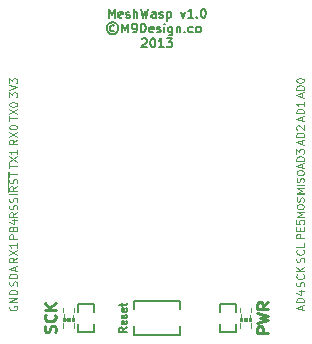
<source format=gto>
%FSLAX34Y34*%
G04 Gerber Fmt 3.4, Leading zero omitted, Abs format*
G04 (created by PCBNEW (2013-12-14 BZR 4555)-product) date Wed 15 Jan 2014 15:50:04 EST*
%MOIN*%
G01*
G70*
G90*
G04 APERTURE LIST*
%ADD10C,0.005906*%
%ADD11C,0.006398*%
%ADD12C,0.009350*%
%ADD13C,0.007382*%
%ADD14C,0.004000*%
%ADD15C,0.002600*%
%ADD16C,0.005000*%
%ADD17C,0.002953*%
%ADD18C,0.003445*%
%ADD19C,0.004921*%
%ADD20C,0.004429*%
G04 APERTURE END LIST*
G54D10*
G54D11*
X-1006Y-7997D02*
X-1128Y-8083D01*
X-1006Y-8144D02*
X-1262Y-8144D01*
X-1262Y-8046D01*
X-1250Y-8022D01*
X-1237Y-8010D01*
X-1213Y-7997D01*
X-1176Y-7997D01*
X-1152Y-8010D01*
X-1140Y-8022D01*
X-1128Y-8046D01*
X-1128Y-8144D01*
X-1018Y-7790D02*
X-1006Y-7815D01*
X-1006Y-7863D01*
X-1018Y-7888D01*
X-1042Y-7900D01*
X-1140Y-7900D01*
X-1164Y-7888D01*
X-1176Y-7863D01*
X-1176Y-7815D01*
X-1164Y-7790D01*
X-1140Y-7778D01*
X-1115Y-7778D01*
X-1091Y-7900D01*
X-1018Y-7681D02*
X-1006Y-7656D01*
X-1006Y-7607D01*
X-1018Y-7583D01*
X-1042Y-7571D01*
X-1055Y-7571D01*
X-1079Y-7583D01*
X-1091Y-7607D01*
X-1091Y-7644D01*
X-1103Y-7668D01*
X-1128Y-7681D01*
X-1140Y-7681D01*
X-1164Y-7668D01*
X-1176Y-7644D01*
X-1176Y-7607D01*
X-1164Y-7583D01*
X-1018Y-7364D02*
X-1006Y-7388D01*
X-1006Y-7437D01*
X-1018Y-7461D01*
X-1042Y-7473D01*
X-1140Y-7473D01*
X-1164Y-7461D01*
X-1176Y-7437D01*
X-1176Y-7388D01*
X-1164Y-7364D01*
X-1140Y-7352D01*
X-1115Y-7352D01*
X-1091Y-7473D01*
X-1176Y-7278D02*
X-1176Y-7181D01*
X-1262Y-7242D02*
X-1042Y-7242D01*
X-1018Y-7230D01*
X-1006Y-7205D01*
X-1006Y-7181D01*
G54D12*
X3712Y-8175D02*
X3338Y-8175D01*
X3338Y-8033D01*
X3356Y-7997D01*
X3374Y-7979D01*
X3409Y-7962D01*
X3463Y-7962D01*
X3498Y-7979D01*
X3516Y-7997D01*
X3534Y-8033D01*
X3534Y-8175D01*
X3338Y-7837D02*
X3712Y-7748D01*
X3445Y-7677D01*
X3712Y-7605D01*
X3338Y-7516D01*
X3712Y-7160D02*
X3534Y-7285D01*
X3712Y-7374D02*
X3338Y-7374D01*
X3338Y-7231D01*
X3356Y-7196D01*
X3374Y-7178D01*
X3409Y-7160D01*
X3463Y-7160D01*
X3498Y-7178D01*
X3516Y-7196D01*
X3534Y-7231D01*
X3534Y-7374D01*
X-3391Y-8158D02*
X-3374Y-8104D01*
X-3374Y-8015D01*
X-3391Y-7979D01*
X-3409Y-7962D01*
X-3445Y-7944D01*
X-3480Y-7944D01*
X-3516Y-7962D01*
X-3534Y-7979D01*
X-3552Y-8015D01*
X-3570Y-8086D01*
X-3587Y-8122D01*
X-3605Y-8140D01*
X-3641Y-8158D01*
X-3676Y-8158D01*
X-3712Y-8140D01*
X-3730Y-8122D01*
X-3748Y-8086D01*
X-3748Y-7997D01*
X-3730Y-7944D01*
X-3409Y-7570D02*
X-3391Y-7588D01*
X-3374Y-7641D01*
X-3374Y-7677D01*
X-3391Y-7730D01*
X-3427Y-7766D01*
X-3463Y-7784D01*
X-3534Y-7801D01*
X-3587Y-7801D01*
X-3659Y-7784D01*
X-3694Y-7766D01*
X-3730Y-7730D01*
X-3748Y-7677D01*
X-3748Y-7641D01*
X-3730Y-7588D01*
X-3712Y-7570D01*
X-3374Y-7410D02*
X-3748Y-7410D01*
X-3374Y-7196D02*
X-3587Y-7356D01*
X-3748Y-7196D02*
X-3534Y-7410D01*
G54D13*
X-1606Y2322D02*
X-1606Y2617D01*
X-1507Y2406D01*
X-1409Y2617D01*
X-1409Y2322D01*
X-1156Y2336D02*
X-1184Y2322D01*
X-1240Y2322D01*
X-1268Y2336D01*
X-1282Y2364D01*
X-1282Y2476D01*
X-1268Y2504D01*
X-1240Y2518D01*
X-1184Y2518D01*
X-1156Y2504D01*
X-1142Y2476D01*
X-1142Y2448D01*
X-1282Y2420D01*
X-1029Y2336D02*
X-1001Y2322D01*
X-945Y2322D01*
X-917Y2336D01*
X-902Y2364D01*
X-902Y2378D01*
X-917Y2406D01*
X-945Y2420D01*
X-987Y2420D01*
X-1015Y2434D01*
X-1029Y2462D01*
X-1029Y2476D01*
X-1015Y2504D01*
X-987Y2518D01*
X-945Y2518D01*
X-917Y2504D01*
X-776Y2322D02*
X-776Y2617D01*
X-649Y2322D02*
X-649Y2476D01*
X-663Y2504D01*
X-692Y2518D01*
X-734Y2518D01*
X-762Y2504D01*
X-776Y2490D01*
X-537Y2617D02*
X-467Y2322D01*
X-410Y2533D01*
X-354Y2322D01*
X-284Y2617D01*
X-45Y2322D02*
X-45Y2476D01*
X-59Y2504D01*
X-87Y2518D01*
X-143Y2518D01*
X-171Y2504D01*
X-45Y2336D02*
X-73Y2322D01*
X-143Y2322D01*
X-171Y2336D01*
X-185Y2364D01*
X-185Y2392D01*
X-171Y2420D01*
X-143Y2434D01*
X-73Y2434D01*
X-45Y2448D01*
X81Y2336D02*
X109Y2322D01*
X165Y2322D01*
X193Y2336D01*
X207Y2364D01*
X207Y2378D01*
X193Y2406D01*
X165Y2420D01*
X123Y2420D01*
X95Y2434D01*
X81Y2462D01*
X81Y2476D01*
X95Y2504D01*
X123Y2518D01*
X165Y2518D01*
X193Y2504D01*
X334Y2518D02*
X334Y2223D01*
X334Y2504D02*
X362Y2518D01*
X418Y2518D01*
X446Y2504D01*
X460Y2490D01*
X474Y2462D01*
X474Y2378D01*
X460Y2350D01*
X446Y2336D01*
X418Y2322D01*
X362Y2322D01*
X334Y2336D01*
X798Y2518D02*
X868Y2322D01*
X938Y2518D01*
X1206Y2322D02*
X1037Y2322D01*
X1121Y2322D02*
X1121Y2617D01*
X1093Y2575D01*
X1065Y2547D01*
X1037Y2533D01*
X1332Y2350D02*
X1346Y2336D01*
X1332Y2322D01*
X1318Y2336D01*
X1332Y2350D01*
X1332Y2322D01*
X1529Y2617D02*
X1557Y2617D01*
X1585Y2603D01*
X1599Y2589D01*
X1613Y2561D01*
X1627Y2504D01*
X1627Y2434D01*
X1613Y2378D01*
X1599Y2350D01*
X1585Y2336D01*
X1557Y2322D01*
X1529Y2322D01*
X1501Y2336D01*
X1487Y2350D01*
X1473Y2378D01*
X1459Y2434D01*
X1459Y2504D01*
X1473Y2561D01*
X1487Y2589D01*
X1501Y2603D01*
X1529Y2617D01*
X-1423Y2059D02*
X-1451Y2073D01*
X-1507Y2073D01*
X-1535Y2059D01*
X-1563Y2031D01*
X-1577Y2003D01*
X-1577Y1947D01*
X-1563Y1919D01*
X-1535Y1891D01*
X-1507Y1877D01*
X-1451Y1877D01*
X-1423Y1891D01*
X-1479Y2172D02*
X-1549Y2158D01*
X-1620Y2116D01*
X-1662Y2045D01*
X-1676Y1975D01*
X-1662Y1905D01*
X-1620Y1834D01*
X-1549Y1792D01*
X-1479Y1778D01*
X-1409Y1792D01*
X-1338Y1834D01*
X-1296Y1905D01*
X-1282Y1975D01*
X-1296Y2045D01*
X-1338Y2116D01*
X-1409Y2158D01*
X-1479Y2172D01*
X-1156Y1834D02*
X-1156Y2130D01*
X-1057Y1919D01*
X-959Y2130D01*
X-959Y1834D01*
X-804Y1834D02*
X-748Y1834D01*
X-720Y1848D01*
X-706Y1863D01*
X-678Y1905D01*
X-663Y1961D01*
X-663Y2073D01*
X-678Y2102D01*
X-692Y2116D01*
X-720Y2130D01*
X-776Y2130D01*
X-804Y2116D01*
X-818Y2102D01*
X-832Y2073D01*
X-832Y2003D01*
X-818Y1975D01*
X-804Y1961D01*
X-776Y1947D01*
X-720Y1947D01*
X-692Y1961D01*
X-678Y1975D01*
X-663Y2003D01*
X-537Y1834D02*
X-537Y2130D01*
X-467Y2130D01*
X-424Y2116D01*
X-396Y2088D01*
X-382Y2059D01*
X-368Y2003D01*
X-368Y1961D01*
X-382Y1905D01*
X-396Y1877D01*
X-424Y1848D01*
X-467Y1834D01*
X-537Y1834D01*
X-129Y1848D02*
X-157Y1834D01*
X-214Y1834D01*
X-242Y1848D01*
X-256Y1877D01*
X-256Y1989D01*
X-242Y2017D01*
X-214Y2031D01*
X-157Y2031D01*
X-129Y2017D01*
X-115Y1989D01*
X-115Y1961D01*
X-256Y1933D01*
X-3Y1848D02*
X25Y1834D01*
X81Y1834D01*
X109Y1848D01*
X123Y1877D01*
X123Y1891D01*
X109Y1919D01*
X81Y1933D01*
X39Y1933D01*
X10Y1947D01*
X-3Y1975D01*
X-3Y1989D01*
X10Y2017D01*
X39Y2031D01*
X81Y2031D01*
X109Y2017D01*
X250Y1834D02*
X250Y2031D01*
X250Y2130D02*
X235Y2116D01*
X250Y2102D01*
X264Y2116D01*
X250Y2130D01*
X250Y2102D01*
X517Y2031D02*
X517Y1792D01*
X503Y1764D01*
X489Y1750D01*
X460Y1736D01*
X418Y1736D01*
X390Y1750D01*
X517Y1848D02*
X489Y1834D01*
X432Y1834D01*
X404Y1848D01*
X390Y1863D01*
X376Y1891D01*
X376Y1975D01*
X390Y2003D01*
X404Y2017D01*
X432Y2031D01*
X489Y2031D01*
X517Y2017D01*
X657Y2031D02*
X657Y1834D01*
X657Y2003D02*
X671Y2017D01*
X699Y2031D01*
X742Y2031D01*
X770Y2017D01*
X784Y1989D01*
X784Y1834D01*
X924Y1863D02*
X938Y1848D01*
X924Y1834D01*
X910Y1848D01*
X924Y1863D01*
X924Y1834D01*
X1192Y1848D02*
X1163Y1834D01*
X1107Y1834D01*
X1079Y1848D01*
X1065Y1863D01*
X1051Y1891D01*
X1051Y1975D01*
X1065Y2003D01*
X1079Y2017D01*
X1107Y2031D01*
X1163Y2031D01*
X1192Y2017D01*
X1360Y1834D02*
X1332Y1848D01*
X1318Y1863D01*
X1304Y1891D01*
X1304Y1975D01*
X1318Y2003D01*
X1332Y2017D01*
X1360Y2031D01*
X1402Y2031D01*
X1431Y2017D01*
X1445Y2003D01*
X1459Y1975D01*
X1459Y1891D01*
X1445Y1863D01*
X1431Y1848D01*
X1402Y1834D01*
X1360Y1834D01*
X-502Y1614D02*
X-488Y1628D01*
X-460Y1642D01*
X-389Y1642D01*
X-361Y1628D01*
X-347Y1614D01*
X-333Y1586D01*
X-333Y1558D01*
X-347Y1516D01*
X-516Y1347D01*
X-333Y1347D01*
X-150Y1642D02*
X-122Y1642D01*
X-94Y1628D01*
X-80Y1614D01*
X-66Y1586D01*
X-52Y1530D01*
X-52Y1460D01*
X-66Y1403D01*
X-80Y1375D01*
X-94Y1361D01*
X-122Y1347D01*
X-150Y1347D01*
X-178Y1361D01*
X-192Y1375D01*
X-206Y1403D01*
X-221Y1460D01*
X-221Y1530D01*
X-206Y1586D01*
X-192Y1614D01*
X-178Y1628D01*
X-150Y1642D01*
X228Y1347D02*
X60Y1347D01*
X144Y1347D02*
X144Y1642D01*
X116Y1600D01*
X88Y1572D01*
X60Y1558D01*
X327Y1642D02*
X510Y1642D01*
X411Y1530D01*
X453Y1530D01*
X482Y1516D01*
X496Y1502D01*
X510Y1474D01*
X510Y1403D01*
X496Y1375D01*
X482Y1361D01*
X453Y1347D01*
X369Y1347D01*
X341Y1361D01*
X327Y1375D01*
G54D10*
X2984Y-7720D02*
X2925Y-7720D01*
X2925Y-7720D02*
X2921Y-7704D01*
X2921Y-7767D02*
X2980Y-7767D01*
X3102Y-7779D02*
X3102Y-7708D01*
X2807Y-7779D02*
X2807Y-7708D01*
G54D14*
X2795Y-7791D02*
X2795Y-7566D01*
X3110Y-7787D02*
X3110Y-7570D01*
G54D15*
X3129Y-7500D02*
X3129Y-7343D01*
X2775Y-7500D02*
X2775Y-7343D01*
X3129Y-8011D02*
X3129Y-7854D01*
X2775Y-8011D02*
X2775Y-7854D01*
X2775Y-7677D02*
X2834Y-7677D01*
X2834Y-7799D02*
X2834Y-7681D01*
X2775Y-7799D02*
X2834Y-7799D01*
X2775Y-7799D02*
X2775Y-7681D01*
X3070Y-7677D02*
X3129Y-7677D01*
X3129Y-7799D02*
X3129Y-7681D01*
X3070Y-7799D02*
X3129Y-7799D01*
X3070Y-7799D02*
X3070Y-7681D01*
X2893Y-7799D02*
X3011Y-7799D01*
X3011Y-7799D02*
X3011Y-7681D01*
X2893Y-7681D02*
X3011Y-7681D01*
X2893Y-7799D02*
X2893Y-7681D01*
G54D10*
X-2921Y-7720D02*
X-2980Y-7720D01*
X-2980Y-7720D02*
X-2984Y-7704D01*
X-2984Y-7767D02*
X-2925Y-7767D01*
X-2803Y-7779D02*
X-2803Y-7708D01*
X-3098Y-7779D02*
X-3098Y-7708D01*
G54D14*
X-3110Y-7791D02*
X-3110Y-7566D01*
X-2795Y-7787D02*
X-2795Y-7570D01*
G54D15*
X-2775Y-7500D02*
X-2775Y-7343D01*
X-3129Y-7500D02*
X-3129Y-7343D01*
X-2775Y-8011D02*
X-2775Y-7854D01*
X-3129Y-8011D02*
X-3129Y-7854D01*
X-3129Y-7677D02*
X-3070Y-7677D01*
X-3070Y-7799D02*
X-3070Y-7681D01*
X-3129Y-7799D02*
X-3070Y-7799D01*
X-3129Y-7799D02*
X-3129Y-7681D01*
X-2834Y-7677D02*
X-2775Y-7677D01*
X-2775Y-7799D02*
X-2775Y-7681D01*
X-2834Y-7799D02*
X-2775Y-7799D01*
X-2834Y-7799D02*
X-2834Y-7681D01*
X-3011Y-7799D02*
X-2893Y-7799D01*
X-2893Y-7799D02*
X-2893Y-7681D01*
X-3011Y-7681D02*
X-2893Y-7681D01*
X-3011Y-7799D02*
X-3011Y-7681D01*
G54D16*
X2087Y-7874D02*
X2087Y-8152D01*
X2087Y-8152D02*
X2637Y-8152D01*
X2637Y-8152D02*
X2637Y-7874D01*
X2087Y-7202D02*
X2087Y-7480D01*
X2087Y-7202D02*
X2637Y-7202D01*
X2637Y-7202D02*
X2637Y-7480D01*
X-2637Y-7874D02*
X-2637Y-8152D01*
X-2637Y-8152D02*
X-2087Y-8152D01*
X-2087Y-8152D02*
X-2087Y-7874D01*
X-2637Y-7202D02*
X-2637Y-7480D01*
X-2637Y-7202D02*
X-2087Y-7202D01*
X-2087Y-7202D02*
X-2087Y-7480D01*
G54D10*
X-767Y-8248D02*
X-767Y-7964D01*
X767Y-8248D02*
X767Y-7964D01*
X-767Y-8248D02*
X767Y-8248D01*
X-767Y-7110D02*
X-767Y-7389D01*
X-767Y-7106D02*
X767Y-7106D01*
X767Y-7106D02*
X767Y-7389D01*
G54D17*
X4826Y-1098D02*
X4826Y-976D01*
X4899Y-1122D02*
X4643Y-1037D01*
X4899Y-951D01*
X4899Y-866D02*
X4643Y-866D01*
X4643Y-805D01*
X4655Y-769D01*
X4679Y-744D01*
X4704Y-732D01*
X4752Y-720D01*
X4789Y-720D01*
X4838Y-732D01*
X4862Y-744D01*
X4887Y-769D01*
X4899Y-805D01*
X4899Y-866D01*
X4899Y-476D02*
X4899Y-622D01*
X4899Y-549D02*
X4643Y-549D01*
X4679Y-574D01*
X4704Y-598D01*
X4716Y-622D01*
X4826Y-1885D02*
X4826Y-1763D01*
X4899Y-1909D02*
X4643Y-1824D01*
X4899Y-1739D01*
X4899Y-1654D02*
X4643Y-1654D01*
X4643Y-1593D01*
X4655Y-1556D01*
X4679Y-1532D01*
X4704Y-1519D01*
X4752Y-1507D01*
X4789Y-1507D01*
X4838Y-1519D01*
X4862Y-1532D01*
X4887Y-1556D01*
X4899Y-1593D01*
X4899Y-1654D01*
X4667Y-1410D02*
X4655Y-1398D01*
X4643Y-1373D01*
X4643Y-1312D01*
X4655Y-1288D01*
X4667Y-1276D01*
X4692Y-1264D01*
X4716Y-1264D01*
X4752Y-1276D01*
X4899Y-1422D01*
X4899Y-1264D01*
X4826Y-2672D02*
X4826Y-2551D01*
X4899Y-2697D02*
X4643Y-2612D01*
X4899Y-2526D01*
X4899Y-2441D02*
X4643Y-2441D01*
X4643Y-2380D01*
X4655Y-2343D01*
X4679Y-2319D01*
X4704Y-2307D01*
X4752Y-2295D01*
X4789Y-2295D01*
X4838Y-2307D01*
X4862Y-2319D01*
X4887Y-2343D01*
X4899Y-2380D01*
X4899Y-2441D01*
X4643Y-2209D02*
X4643Y-2051D01*
X4740Y-2136D01*
X4740Y-2100D01*
X4752Y-2075D01*
X4765Y-2063D01*
X4789Y-2051D01*
X4850Y-2051D01*
X4874Y-2063D01*
X4887Y-2075D01*
X4899Y-2100D01*
X4899Y-2173D01*
X4887Y-2197D01*
X4874Y-2209D01*
X4890Y-3520D02*
X4654Y-3520D01*
X4822Y-3442D01*
X4654Y-3363D01*
X4890Y-3363D01*
X4890Y-3250D02*
X4654Y-3250D01*
X4879Y-3149D02*
X4890Y-3115D01*
X4890Y-3059D01*
X4879Y-3037D01*
X4867Y-3025D01*
X4845Y-3014D01*
X4822Y-3014D01*
X4800Y-3025D01*
X4789Y-3037D01*
X4777Y-3059D01*
X4766Y-3104D01*
X4755Y-3127D01*
X4744Y-3138D01*
X4721Y-3149D01*
X4699Y-3149D01*
X4676Y-3138D01*
X4665Y-3127D01*
X4654Y-3104D01*
X4654Y-3048D01*
X4665Y-3014D01*
X4654Y-2868D02*
X4654Y-2823D01*
X4665Y-2800D01*
X4687Y-2778D01*
X4732Y-2767D01*
X4811Y-2767D01*
X4856Y-2778D01*
X4879Y-2800D01*
X4890Y-2823D01*
X4890Y-2868D01*
X4879Y-2890D01*
X4856Y-2913D01*
X4811Y-2924D01*
X4732Y-2924D01*
X4687Y-2913D01*
X4665Y-2890D01*
X4654Y-2868D01*
G54D18*
X4899Y-5028D02*
X4643Y-5028D01*
X4643Y-4931D01*
X4655Y-4906D01*
X4667Y-4894D01*
X4692Y-4882D01*
X4728Y-4882D01*
X4752Y-4894D01*
X4765Y-4906D01*
X4777Y-4931D01*
X4777Y-5028D01*
X4765Y-4772D02*
X4765Y-4687D01*
X4899Y-4650D02*
X4899Y-4772D01*
X4643Y-4772D01*
X4643Y-4650D01*
X4643Y-4419D02*
X4643Y-4541D01*
X4765Y-4553D01*
X4752Y-4541D01*
X4740Y-4516D01*
X4740Y-4455D01*
X4752Y-4431D01*
X4765Y-4419D01*
X4789Y-4407D01*
X4850Y-4407D01*
X4874Y-4419D01*
X4887Y-4431D01*
X4899Y-4455D01*
X4899Y-4516D01*
X4887Y-4541D01*
X4874Y-4553D01*
X4826Y-7397D02*
X4826Y-7275D01*
X4899Y-7422D02*
X4643Y-7336D01*
X4899Y-7251D01*
X4899Y-7166D02*
X4643Y-7166D01*
X4643Y-7105D01*
X4655Y-7068D01*
X4679Y-7044D01*
X4704Y-7032D01*
X4752Y-7019D01*
X4789Y-7019D01*
X4838Y-7032D01*
X4862Y-7044D01*
X4887Y-7068D01*
X4899Y-7105D01*
X4899Y-7166D01*
X4728Y-6800D02*
X4899Y-6800D01*
X4631Y-6861D02*
X4813Y-6922D01*
X4813Y-6764D01*
X4887Y-6628D02*
X4899Y-6591D01*
X4899Y-6530D01*
X4887Y-6506D01*
X4874Y-6493D01*
X4850Y-6481D01*
X4826Y-6481D01*
X4801Y-6493D01*
X4789Y-6506D01*
X4777Y-6530D01*
X4765Y-6579D01*
X4752Y-6603D01*
X4740Y-6615D01*
X4716Y-6628D01*
X4692Y-6628D01*
X4667Y-6615D01*
X4655Y-6603D01*
X4643Y-6579D01*
X4643Y-6518D01*
X4655Y-6481D01*
X4874Y-6225D02*
X4887Y-6238D01*
X4899Y-6274D01*
X4899Y-6299D01*
X4887Y-6335D01*
X4862Y-6359D01*
X4838Y-6372D01*
X4789Y-6384D01*
X4752Y-6384D01*
X4704Y-6372D01*
X4679Y-6359D01*
X4655Y-6335D01*
X4643Y-6299D01*
X4643Y-6274D01*
X4655Y-6238D01*
X4667Y-6225D01*
X4899Y-6116D02*
X4643Y-6116D01*
X4899Y-5969D02*
X4752Y-6079D01*
X4643Y-5969D02*
X4789Y-6116D01*
X4887Y-5816D02*
X4899Y-5780D01*
X4899Y-5719D01*
X4887Y-5694D01*
X4874Y-5682D01*
X4850Y-5670D01*
X4826Y-5670D01*
X4801Y-5682D01*
X4789Y-5694D01*
X4777Y-5719D01*
X4765Y-5767D01*
X4752Y-5792D01*
X4740Y-5804D01*
X4716Y-5816D01*
X4692Y-5816D01*
X4667Y-5804D01*
X4655Y-5792D01*
X4643Y-5767D01*
X4643Y-5706D01*
X4655Y-5670D01*
X4874Y-5414D02*
X4887Y-5426D01*
X4899Y-5463D01*
X4899Y-5487D01*
X4887Y-5524D01*
X4862Y-5548D01*
X4838Y-5560D01*
X4789Y-5572D01*
X4752Y-5572D01*
X4704Y-5560D01*
X4679Y-5548D01*
X4655Y-5524D01*
X4643Y-5487D01*
X4643Y-5463D01*
X4655Y-5426D01*
X4667Y-5414D01*
X4899Y-5182D02*
X4899Y-5304D01*
X4643Y-5304D01*
G54D17*
X4890Y-4308D02*
X4654Y-4308D01*
X4822Y-4229D01*
X4654Y-4150D01*
X4890Y-4150D01*
X4654Y-3993D02*
X4654Y-3948D01*
X4665Y-3925D01*
X4687Y-3903D01*
X4732Y-3892D01*
X4811Y-3892D01*
X4856Y-3903D01*
X4879Y-3925D01*
X4890Y-3948D01*
X4890Y-3993D01*
X4879Y-4015D01*
X4856Y-4038D01*
X4811Y-4049D01*
X4732Y-4049D01*
X4687Y-4038D01*
X4665Y-4015D01*
X4654Y-3993D01*
X4879Y-3802D02*
X4890Y-3768D01*
X4890Y-3712D01*
X4879Y-3689D01*
X4867Y-3678D01*
X4845Y-3667D01*
X4822Y-3667D01*
X4800Y-3678D01*
X4789Y-3689D01*
X4777Y-3712D01*
X4766Y-3757D01*
X4755Y-3779D01*
X4744Y-3790D01*
X4721Y-3802D01*
X4699Y-3802D01*
X4676Y-3790D01*
X4665Y-3779D01*
X4654Y-3757D01*
X4654Y-3700D01*
X4665Y-3667D01*
X4890Y-3565D02*
X4654Y-3565D01*
X4826Y-310D02*
X4826Y-188D01*
X4899Y-335D02*
X4643Y-249D01*
X4899Y-164D01*
X4899Y-79D02*
X4643Y-79D01*
X4643Y-18D01*
X4655Y18D01*
X4679Y42D01*
X4704Y54D01*
X4752Y67D01*
X4789Y67D01*
X4838Y54D01*
X4862Y42D01*
X4887Y18D01*
X4899Y-18D01*
X4899Y-79D01*
X4643Y225D02*
X4643Y249D01*
X4655Y274D01*
X4667Y286D01*
X4692Y298D01*
X4740Y310D01*
X4801Y310D01*
X4850Y298D01*
X4874Y286D01*
X4887Y274D01*
X4899Y249D01*
X4899Y225D01*
X4887Y201D01*
X4874Y188D01*
X4850Y176D01*
X4801Y164D01*
X4740Y164D01*
X4692Y176D01*
X4667Y188D01*
X4655Y201D01*
X4643Y225D01*
G54D19*
X-4923Y-316D02*
X-4923Y-158D01*
X-4826Y-243D01*
X-4826Y-207D01*
X-4813Y-182D01*
X-4801Y-170D01*
X-4777Y-158D01*
X-4716Y-158D01*
X-4692Y-170D01*
X-4679Y-182D01*
X-4667Y-207D01*
X-4667Y-280D01*
X-4679Y-304D01*
X-4692Y-316D01*
X-4923Y-85D02*
X-4667Y0D01*
X-4923Y85D01*
X-4923Y146D02*
X-4923Y304D01*
X-4826Y219D01*
X-4826Y255D01*
X-4813Y280D01*
X-4801Y292D01*
X-4777Y304D01*
X-4716Y304D01*
X-4692Y292D01*
X-4679Y280D01*
X-4667Y255D01*
X-4667Y182D01*
X-4679Y158D01*
X-4692Y146D01*
G54D18*
X-4923Y-1103D02*
X-4923Y-957D01*
X-4667Y-1030D02*
X-4923Y-1030D01*
X-4923Y-896D02*
X-4667Y-726D01*
X-4923Y-726D02*
X-4667Y-896D01*
X-4923Y-579D02*
X-4923Y-555D01*
X-4911Y-531D01*
X-4899Y-518D01*
X-4874Y-506D01*
X-4826Y-494D01*
X-4765Y-494D01*
X-4716Y-506D01*
X-4692Y-518D01*
X-4679Y-531D01*
X-4667Y-555D01*
X-4667Y-579D01*
X-4679Y-604D01*
X-4692Y-616D01*
X-4716Y-628D01*
X-4765Y-640D01*
X-4826Y-640D01*
X-4874Y-628D01*
X-4899Y-616D01*
X-4911Y-604D01*
X-4923Y-579D01*
X-4667Y-1739D02*
X-4789Y-1824D01*
X-4667Y-1885D02*
X-4923Y-1885D01*
X-4923Y-1788D01*
X-4911Y-1763D01*
X-4899Y-1751D01*
X-4874Y-1739D01*
X-4838Y-1739D01*
X-4813Y-1751D01*
X-4801Y-1763D01*
X-4789Y-1788D01*
X-4789Y-1885D01*
X-4923Y-1654D02*
X-4667Y-1483D01*
X-4923Y-1483D02*
X-4667Y-1654D01*
X-4923Y-1337D02*
X-4923Y-1313D01*
X-4911Y-1288D01*
X-4899Y-1276D01*
X-4874Y-1264D01*
X-4826Y-1252D01*
X-4765Y-1252D01*
X-4716Y-1264D01*
X-4692Y-1276D01*
X-4679Y-1288D01*
X-4667Y-1313D01*
X-4667Y-1337D01*
X-4679Y-1361D01*
X-4692Y-1373D01*
X-4716Y-1386D01*
X-4765Y-1398D01*
X-4826Y-1398D01*
X-4874Y-1386D01*
X-4899Y-1373D01*
X-4911Y-1361D01*
X-4923Y-1337D01*
X-4923Y-2678D02*
X-4923Y-2532D01*
X-4667Y-2605D02*
X-4923Y-2605D01*
X-4923Y-2471D02*
X-4667Y-2301D01*
X-4923Y-2301D02*
X-4667Y-2471D01*
X-4667Y-2069D02*
X-4667Y-2215D01*
X-4667Y-2142D02*
X-4923Y-2142D01*
X-4887Y-2167D01*
X-4862Y-2191D01*
X-4850Y-2215D01*
X-4667Y-3290D02*
X-4789Y-3375D01*
X-4667Y-3436D02*
X-4923Y-3436D01*
X-4923Y-3338D01*
X-4911Y-3314D01*
X-4899Y-3302D01*
X-4874Y-3290D01*
X-4838Y-3290D01*
X-4813Y-3302D01*
X-4801Y-3314D01*
X-4789Y-3338D01*
X-4789Y-3436D01*
X-4679Y-3192D02*
X-4667Y-3156D01*
X-4667Y-3095D01*
X-4679Y-3070D01*
X-4692Y-3058D01*
X-4716Y-3046D01*
X-4740Y-3046D01*
X-4765Y-3058D01*
X-4777Y-3070D01*
X-4789Y-3095D01*
X-4801Y-3143D01*
X-4813Y-3168D01*
X-4826Y-3180D01*
X-4850Y-3192D01*
X-4874Y-3192D01*
X-4899Y-3180D01*
X-4911Y-3168D01*
X-4923Y-3143D01*
X-4923Y-3082D01*
X-4911Y-3046D01*
X-4923Y-2973D02*
X-4923Y-2827D01*
X-4667Y-2900D02*
X-4923Y-2900D01*
X-4967Y-3497D02*
X-4967Y-2802D01*
X-4667Y-4162D02*
X-4789Y-4247D01*
X-4667Y-4308D02*
X-4923Y-4308D01*
X-4923Y-4211D01*
X-4911Y-4186D01*
X-4899Y-4174D01*
X-4874Y-4162D01*
X-4838Y-4162D01*
X-4813Y-4174D01*
X-4801Y-4186D01*
X-4789Y-4211D01*
X-4789Y-4308D01*
X-4679Y-4064D02*
X-4667Y-4028D01*
X-4667Y-3967D01*
X-4679Y-3943D01*
X-4692Y-3930D01*
X-4716Y-3918D01*
X-4740Y-3918D01*
X-4765Y-3930D01*
X-4777Y-3943D01*
X-4789Y-3967D01*
X-4801Y-4016D01*
X-4813Y-4040D01*
X-4826Y-4052D01*
X-4850Y-4064D01*
X-4874Y-4064D01*
X-4899Y-4052D01*
X-4911Y-4040D01*
X-4923Y-4016D01*
X-4923Y-3955D01*
X-4911Y-3918D01*
X-4679Y-3821D02*
X-4667Y-3784D01*
X-4667Y-3723D01*
X-4679Y-3699D01*
X-4692Y-3687D01*
X-4716Y-3675D01*
X-4740Y-3675D01*
X-4765Y-3687D01*
X-4777Y-3699D01*
X-4789Y-3723D01*
X-4801Y-3772D01*
X-4813Y-3796D01*
X-4826Y-3809D01*
X-4850Y-3821D01*
X-4874Y-3821D01*
X-4899Y-3809D01*
X-4911Y-3796D01*
X-4923Y-3772D01*
X-4923Y-3711D01*
X-4911Y-3675D01*
X-4667Y-3565D02*
X-4923Y-3565D01*
X-4667Y-5040D02*
X-4923Y-5040D01*
X-4923Y-4943D01*
X-4911Y-4918D01*
X-4899Y-4906D01*
X-4874Y-4894D01*
X-4838Y-4894D01*
X-4813Y-4906D01*
X-4801Y-4918D01*
X-4789Y-4943D01*
X-4789Y-5040D01*
X-4801Y-4699D02*
X-4789Y-4663D01*
X-4777Y-4650D01*
X-4752Y-4638D01*
X-4716Y-4638D01*
X-4692Y-4650D01*
X-4679Y-4663D01*
X-4667Y-4687D01*
X-4667Y-4784D01*
X-4923Y-4784D01*
X-4923Y-4699D01*
X-4911Y-4675D01*
X-4899Y-4663D01*
X-4874Y-4650D01*
X-4850Y-4650D01*
X-4826Y-4663D01*
X-4813Y-4675D01*
X-4801Y-4699D01*
X-4801Y-4784D01*
X-4838Y-4419D02*
X-4667Y-4419D01*
X-4935Y-4480D02*
X-4752Y-4541D01*
X-4752Y-4382D01*
G54D20*
X-4667Y-5676D02*
X-4789Y-5761D01*
X-4667Y-5822D02*
X-4923Y-5822D01*
X-4923Y-5725D01*
X-4911Y-5700D01*
X-4899Y-5688D01*
X-4874Y-5676D01*
X-4838Y-5676D01*
X-4813Y-5688D01*
X-4801Y-5700D01*
X-4789Y-5725D01*
X-4789Y-5822D01*
X-4923Y-5591D02*
X-4667Y-5420D01*
X-4923Y-5420D02*
X-4667Y-5591D01*
X-4667Y-5189D02*
X-4667Y-5335D01*
X-4667Y-5262D02*
X-4923Y-5262D01*
X-4887Y-5286D01*
X-4862Y-5310D01*
X-4850Y-5335D01*
G54D18*
X-4679Y-6609D02*
X-4667Y-6573D01*
X-4667Y-6512D01*
X-4679Y-6487D01*
X-4692Y-6475D01*
X-4716Y-6463D01*
X-4740Y-6463D01*
X-4765Y-6475D01*
X-4777Y-6487D01*
X-4789Y-6512D01*
X-4801Y-6560D01*
X-4813Y-6585D01*
X-4826Y-6597D01*
X-4850Y-6609D01*
X-4874Y-6609D01*
X-4899Y-6597D01*
X-4911Y-6585D01*
X-4923Y-6560D01*
X-4923Y-6500D01*
X-4911Y-6463D01*
X-4667Y-6353D02*
X-4923Y-6353D01*
X-4923Y-6292D01*
X-4911Y-6256D01*
X-4887Y-6231D01*
X-4862Y-6219D01*
X-4813Y-6207D01*
X-4777Y-6207D01*
X-4728Y-6219D01*
X-4704Y-6231D01*
X-4679Y-6256D01*
X-4667Y-6292D01*
X-4667Y-6353D01*
X-4740Y-6110D02*
X-4740Y-5988D01*
X-4667Y-6134D02*
X-4923Y-6049D01*
X-4667Y-5963D01*
G54D19*
X-4911Y-7281D02*
X-4923Y-7306D01*
X-4923Y-7342D01*
X-4911Y-7379D01*
X-4887Y-7403D01*
X-4862Y-7416D01*
X-4813Y-7428D01*
X-4777Y-7428D01*
X-4728Y-7416D01*
X-4704Y-7403D01*
X-4679Y-7379D01*
X-4667Y-7342D01*
X-4667Y-7318D01*
X-4679Y-7281D01*
X-4692Y-7269D01*
X-4777Y-7269D01*
X-4777Y-7318D01*
X-4667Y-7160D02*
X-4923Y-7160D01*
X-4667Y-7013D01*
X-4923Y-7013D01*
X-4667Y-6892D02*
X-4923Y-6892D01*
X-4923Y-6831D01*
X-4911Y-6794D01*
X-4887Y-6770D01*
X-4862Y-6757D01*
X-4813Y-6745D01*
X-4777Y-6745D01*
X-4728Y-6757D01*
X-4704Y-6770D01*
X-4679Y-6794D01*
X-4667Y-6831D01*
X-4667Y-6892D01*
M02*

</source>
